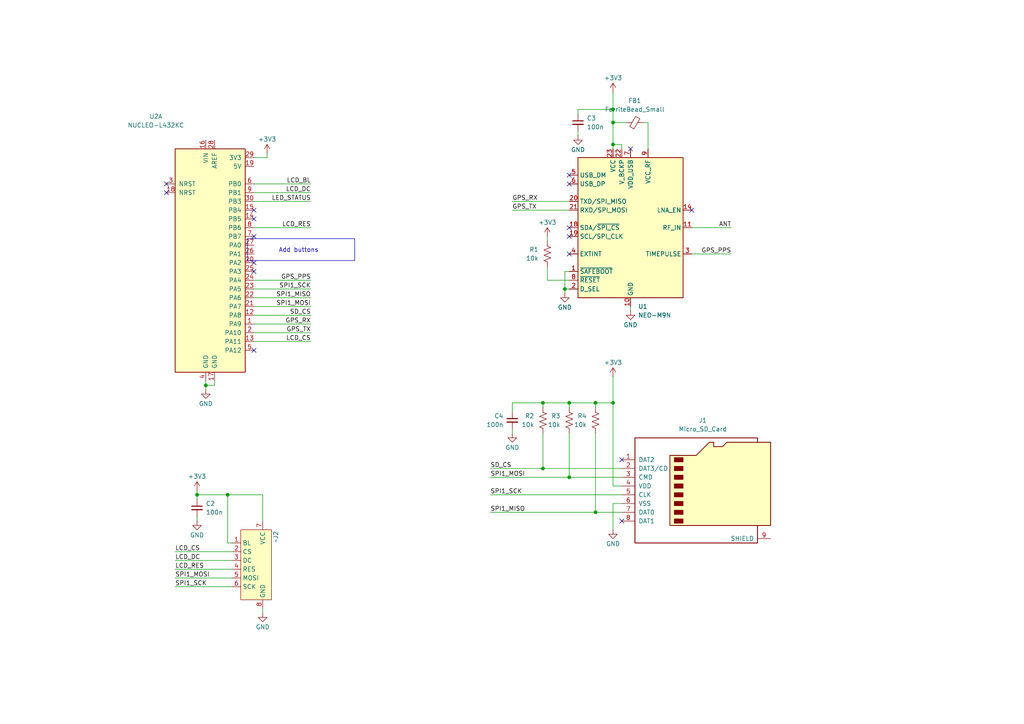
<source format=kicad_sch>
(kicad_sch (version 20231120) (generator "eeschema") (generator_version "8.0")
  (paper "A4")
  (lib_symbols
    (symbol "Connector:Micro_SD_Card" (pin_names (offset 1.016))
      (property "Reference" "J" (at -16.51 15.24 0))
      (property "Value" "Micro_SD_Card" (at 16.51 15.24 0))
      (symbol "Micro_SD_Card_0_1"
        (rectangle (start -7.62 -9.525) (end -5.08 -10.795) (fill (type outline)))
        (rectangle (start -7.62 -6.985) (end -5.08 -8.255) (fill (type outline)))
        (rectangle (start -7.62 -4.445) (end -5.08 -5.715) (fill (type outline)))
        (rectangle (start -7.62 -1.905) (end -5.08 -3.175) (fill (type outline)))
        (rectangle (start -7.62 0.635) (end -5.08 -0.635) (fill (type outline)))
        (rectangle (start -7.62 3.175) (end -5.08 1.905) (fill (type outline)))
        (rectangle (start -7.62 5.715) (end -5.08 4.445) (fill (type outline)))
        (rectangle (start -7.62 8.255) (end -5.08 6.985) (fill (type outline)))
        (polyline (pts (xy 16.51 12.7) (xy 16.51 13.97) (xy -19.05 13.97) (xy -19.05 -16.51) (xy 16.51 -16.51) (xy 16.51 -11.43)) (stroke (width 0.254)))
        (polyline (pts (xy -8.89 -11.43) (xy -8.89 8.89) (xy -1.27 8.89) (xy 2.54 12.7) (xy 3.81 12.7) (xy 3.81 11.43) (xy 6.35 11.43) (xy 7.62 12.7) (xy 20.32 12.7) (xy 20.32 -11.43) (xy -8.89 -11.43)) (stroke (width 0.254)) (fill (type background)))
      )
      (symbol "Micro_SD_Card_1_1"
        (pin bidirectional line (at -22.86 7.62 0) (length 3.81) (name "DAT2") (number "1"))
        (pin bidirectional line (at -22.86 5.08 0) (length 3.81) (name "DAT3/CD") (number "2"))
        (pin input line (at -22.86 2.54 0) (length 3.81) (name "CMD") (number "3"))
        (pin power_in line (at -22.86 0 0) (length 3.81) (name "VDD") (number "4"))
        (pin input line (at -22.86 -2.54 0) (length 3.81) (name "CLK") (number "5"))
        (pin power_in line (at -22.86 -5.08 0) (length 3.81) (name "VSS") (number "6"))
        (pin bidirectional line (at -22.86 -7.62 0) (length 3.81) (name "DAT0") (number "7"))
        (pin bidirectional line (at -22.86 -10.16 0) (length 3.81) (name "DAT1") (number "8"))
        (pin passive line (at 20.32 -15.24 180) (length 3.81) (name "SHIELD") (number "9"))
      )
    )
    (symbol "Device:C_Small" (pin_numbers hide) (pin_names (offset 0.254) hide)
      (property "Reference" "C" (at 0.254 1.778 0))
      (property "Value" "C_Small" (at 0.254 -2.032 0))
      (symbol "C_Small_0_1"
        (polyline (pts (xy -1.524 -0.508) (xy 1.524 -0.508)) (stroke (width 0.3302)))
        (polyline (pts (xy -1.524 0.508) (xy 1.524 0.508)) (stroke (width 0.3048)))
      )
      (symbol "C_Small_1_1"
        (pin passive line (at 0 2.54 270) (length 2.032) (name "~") (number "1"))
        (pin passive line (at 0 -2.54 90) (length 2.032) (name "~") (number "2"))
      )
    )
    (symbol "Device:FerriteBead_Small" (pin_numbers hide) (pin_names (offset 0))
      (property "Reference" "FB" (at 1.905 1.27 0))
      (property "Value" "FerriteBead_Small" (at 1.905 -1.27 0))
      (symbol "FerriteBead_Small_0_1"
        (polyline (pts (xy 0 -1.27) (xy 0 -0.7874)))
        (polyline (pts (xy 0 0.889) (xy 0 1.2954)))
        (polyline (pts (xy -1.8288 0.2794) (xy -1.1176 1.4986) (xy 1.8288 -0.2032) (xy 1.1176 -1.4224) (xy -1.8288 0.2794)))
      )
      (symbol "FerriteBead_Small_1_1"
        (pin passive line (at 0 2.54 270) (length 1.27) (name "~") (number "1"))
        (pin passive line (at 0 -2.54 90) (length 1.27) (name "~") (number "2"))
      )
    )
    (symbol "Device:R_US" (pin_numbers hide) (pin_names (offset 0))
      (property "Reference" "R" (at 2.54 0 90))
      (property "Value" "R_US" (at -2.54 0 90))
      (symbol "R_US_0_1"
        (polyline (pts (xy 0 -2.286) (xy 0 -2.54)))
        (polyline (pts (xy 0 2.286) (xy 0 2.54)))
        (polyline (pts (xy 0 -0.762) (xy 1.016 -1.143) (xy 0 -1.524) (xy -1.016 -1.905) (xy 0 -2.286)))
        (polyline (pts (xy 0 0.762) (xy 1.016 0.381) (xy 0 0) (xy -1.016 -0.381) (xy 0 -0.762)))
        (polyline (pts (xy 0 2.286) (xy 1.016 1.905) (xy 0 1.524) (xy -1.016 1.143) (xy 0 0.762)))
      )
      (symbol "R_US_1_1"
        (pin passive line (at 0 3.81 270) (length 1.27) (name "~") (number "1"))
        (pin passive line (at 0 -3.81 90) (length 1.27) (name "~") (number "2"))
      )
    )
    (symbol "Golf_GPS:NUCLEO-L432KC" (pin_names (offset 1.016))
      (property "Reference" "U" (at 7.112 -35.306 0))
      (property "Value" "NUCLEO-L432KC" (at 7.112 -37.592 0))
      (symbol "NUCLEO-L432KC_0_1"
        (rectangle (start -10.16 31.75) (end 10.16 -33.02) (stroke (width 0.254)) (fill (type background)))
      )
      (symbol "NUCLEO-L432KC_1_1"
        (pin bidirectional line (at 12.7 -19.05 180) (length 2.54) (name "PA9") (number "1"))
        (pin bidirectional line (at -12.7 -24.13 0) (length 2.54) hide (name "NC") (number "10"))
        (pin bidirectional line (at -12.7 -26.67 0) (length 2.54) hide (name "NC") (number "11"))
        (pin bidirectional line (at 12.7 -16.51 180) (length 2.54) (name "PA8") (number "12"))
        (pin bidirectional line (at 12.7 -24.13 180) (length 2.54) (name "PA11") (number "13"))
        (pin bidirectional line (at 12.7 11.43 180) (length 2.54) (name "PB5") (number "14"))
        (pin bidirectional line (at 12.7 13.97 180) (length 2.54) (name "PB4") (number "15"))
        (pin bidirectional line (at -1.27 34.29 270) (length 2.54) (name "VIN") (number "16"))
        (pin bidirectional line (at 1.27 -35.56 90) (length 2.54) (name "GND") (number "17"))
        (pin bidirectional line (at -12.7 19.05 0) (length 2.54) (name "NRST") (number "18"))
        (pin bidirectional line (at 12.7 26.67 180) (length 2.54) (name "5V") (number "19"))
        (pin bidirectional line (at 12.7 -21.59 180) (length 2.54) (name "PA10") (number "2"))
        (pin bidirectional line (at 12.7 -1.27 180) (length 2.54) (name "PA2") (number "20"))
        (pin bidirectional line (at 12.7 -13.97 180) (length 2.54) (name "PA7") (number "21"))
        (pin bidirectional line (at 12.7 -11.43 180) (length 2.54) (name "PA6") (number "22"))
        (pin bidirectional line (at 12.7 -8.89 180) (length 2.54) (name "PA5") (number "23"))
        (pin bidirectional line (at 12.7 -6.35 180) (length 2.54) (name "PA4") (number "24"))
        (pin bidirectional line (at 12.7 -3.81 180) (length 2.54) (name "PA3") (number "25"))
        (pin bidirectional line (at 12.7 1.27 180) (length 2.54) (name "PA1") (number "26"))
        (pin bidirectional line (at 12.7 3.81 180) (length 2.54) (name "PA0") (number "27"))
        (pin bidirectional line (at 1.27 34.29 270) (length 2.54) (name "AREF") (number "28"))
        (pin bidirectional line (at 12.7 29.21 180) (length 2.54) (name "3V3") (number "29"))
        (pin bidirectional line (at -12.7 21.59 0) (length 2.54) (name "NRST") (number "3"))
        (pin bidirectional line (at 12.7 16.51 180) (length 2.54) (name "PB3") (number "30"))
        (pin bidirectional line (at -1.27 -35.56 90) (length 2.54) (name "GND") (number "4"))
        (pin bidirectional line (at 12.7 -26.67 180) (length 2.54) (name "PA12") (number "5"))
        (pin bidirectional line (at 12.7 21.59 180) (length 2.54) (name "PB0") (number "6"))
        (pin bidirectional line (at 12.7 6.35 180) (length 2.54) (name "PB7") (number "7"))
        (pin bidirectional line (at 12.7 8.89 180) (length 2.54) (name "PB6") (number "8"))
        (pin bidirectional line (at 12.7 19.05 180) (length 2.54) (name "PB1") (number "9"))
      )
      (symbol "NUCLEO-L432KC_2_0"
        (rectangle (start -10.16 -17.78) (end 10.16 17.78) (stroke (width 0.1524)) (fill (type background)))
        (text "CN4" (at -10.16 18.542 0) (effects (font (size 1.778 1.778)) (justify left bottom)))
        (pin input line (at -15.24 7.62 0) (length 5.08) (name "VIN") (number "CN4_1"))
        (pin bidirectional line (at -15.24 -10.16 0) (length 5.08) (name "PA3") (number "CN4_10"))
        (pin bidirectional line (at -15.24 -5.08 0) (length 5.08) (name "PA1") (number "CN4_11"))
        (pin bidirectional line (at -15.24 -2.54 0) (length 5.08) (name "PA0") (number "CN4_12"))
        (pin bidirectional line (at 15.24 7.62 180) (length 5.08) (name "AREF") (number "CN4_13"))
        (pin power_in line (at 15.24 12.7 180) (length 5.08) (name "+3V3") (number "CN4_14"))
        (pin bidirectional line (at 15.24 2.54 180) (length 5.08) (name "PB3") (number "CN4_15"))
        (pin power_in line (at 15.24 -15.24 180) (length 5.08) (name "GND_CN4") (number "CN4_2"))
        (pin bidirectional line (at -15.24 2.54 0) (length 5.08) (name "NRST_CN4") (number "CN4_3"))
        (pin power_in line (at 15.24 15.24 180) (length 5.08) (name "+5V") (number "CN4_4"))
        (pin bidirectional line (at -15.24 -7.62 0) (length 5.08) (name "PA2") (number "CN4_5"))
        (pin bidirectional line (at 15.24 -10.16 180) (length 5.08) (name "PA7") (number "CN4_6"))
        (pin bidirectional line (at 15.24 -7.62 180) (length 5.08) (name "PA6") (number "CN4_7"))
        (pin bidirectional line (at 15.24 -5.08 180) (length 5.08) (name "PA5") (number "CN4_8"))
        (pin bidirectional line (at 15.24 -2.54 180) (length 5.08) (name "PA4") (number "CN4_9"))
      )
      (symbol "NUCLEO-L432KC_2_1"
        (pin bidirectional line (at 95.25 -57.15 0) (length 2.54) (name "PA9") (number "1-UB"))
      )
    )
    (symbol "Headers:9-pin_LCD_header"
      (property "Reference" "J" (at 10.16 1.27 0))
      (symbol "9-pin_LCD_header_1_1"
        (rectangle (start 0 0) (end 20.32 -8.89) (fill (type background)))
        (pin input line (at 3.81 -11.43 90) (length 2.54) (name "BL") (number "1"))
        (pin input line (at 6.35 -11.43 90) (length 2.54) (name "CS") (number "2"))
        (pin input line (at 8.89 -11.43 90) (length 2.54) (name "DC") (number "3"))
        (pin input line (at 11.43 -11.43 90) (length 2.54) (name "RES") (number "4"))
        (pin input line (at 13.97 -11.43 90) (length 2.54) (name "MOSI") (number "5"))
        (pin input line (at 16.51 -11.43 90) (length 2.54) (name "SCK") (number "6"))
        (pin power_in line (at -2.54 -2.54 0) (length 2.54) (name "VCC") (number "7"))
        (pin power_in line (at 22.86 -2.54 180) (length 2.54) (name "GND") (number "8"))
      )
    )
    (symbol "RF_GPS:NEO-M9N"
      (property "Reference" "U" (at -13.97 21.59 0))
      (property "Value" "NEO-M9N" (at 11.43 21.59 0))
      (symbol "NEO-M9N_0_1"
        (rectangle (start -15.24 20.32) (end 15.24 -20.32) (stroke (width 0.254)) (fill (type background)))
      )
      (symbol "NEO-M9N_1_1"
        (pin input line (at -17.78 -12.7 0) (length 2.54) (name "~{SAFEBOOT}") (number "1"))
        (pin power_in line (at 0 -22.86 90) (length 2.54) (name "GND") (number "10"))
        (pin input line (at 17.78 0 180) (length 2.54) (name "RF_IN") (number "11"))
        (pin passive line (at 0 -22.86 90) (length 2.54) hide (name "GND") (number "12"))
        (pin passive line (at 0 -22.86 90) (length 2.54) hide (name "GND") (number "13"))
        (pin output line (at 17.78 5.08 180) (length 2.54) (name "LNA_EN") (number "14"))
        (pin no_connect line (at 15.24 -10.16 180) (length 2.54) hide (name "RESERVED") (number "15"))
        (pin no_connect line (at 15.24 -12.7 180) (length 2.54) hide (name "RESERVED") (number "16"))
        (pin no_connect line (at 15.24 -15.24 180) (length 2.54) hide (name "RESERVED") (number "17"))
        (pin bidirectional line (at -17.78 0 0) (length 2.54) (name "SDA/~{SPI_CS}") (number "18"))
        (pin input line (at -17.78 -2.54 0) (length 2.54) (name "SCL/SPI_CLK") (number "19"))
        (pin input line (at -17.78 -17.78 0) (length 2.54) (name "D_SEL") (number "2"))
        (pin output line (at -17.78 7.62 0) (length 2.54) (name "TXD/SPI_MISO") (number "20"))
        (pin input line (at -17.78 5.08 0) (length 2.54) (name "RXD/SPI_MOSI") (number "21"))
        (pin power_in line (at -2.54 22.86 270) (length 2.54) (name "V_BCKP") (number "22"))
        (pin power_in line (at -5.08 22.86 270) (length 2.54) (name "VCC") (number "23"))
        (pin passive line (at 0 -22.86 90) (length 2.54) hide (name "GND") (number "24"))
        (pin output line (at 17.78 -7.62 180) (length 2.54) (name "TIMEPULSE") (number "3"))
        (pin input line (at -17.78 -7.62 0) (length 2.54) (name "EXTINT") (number "4"))
        (pin bidirectional line (at -17.78 15.24 0) (length 2.54) (name "USB_DM") (number "5"))
        (pin bidirectional line (at -17.78 12.7 0) (length 2.54) (name "USB_DP") (number "6"))
        (pin power_in line (at 0 22.86 270) (length 2.54) (name "VDD_USB") (number "7"))
        (pin input line (at -17.78 -15.24 0) (length 2.54) (name "~{RESET}") (number "8"))
        (pin power_out line (at 5.08 22.86 270) (length 2.54) (name "VCC_RF") (number "9"))
      )
    )
    (symbol "power:+3V3" (power) (pin_numbers hide) (pin_names (offset 0) hide)
      (property "Value" "+3V3" (at 0 3.556 0))
      (symbol "+3V3_0_1"
        (polyline (pts (xy -0.762 1.27) (xy 0 2.54)))
        (polyline (pts (xy 0 0) (xy 0 2.54)))
        (polyline (pts (xy 0 2.54) (xy 0.762 1.27)))
      )
      (symbol "+3V3_1_1"
        (pin power_in line (at 0 0 90) (length 0) (name "~") (number "1"))
      )
    )
    (symbol "power:GND" (power) (pin_numbers hide) (pin_names (offset 0) hide)
      (property "Value" "GND" (at 0 -3.81 0))
      (symbol "GND_0_1"
        (polyline (pts (xy 0 0) (xy 0 -1.27) (xy 1.27 -1.27) (xy 0 -2.54) (xy -1.27 -1.27) (xy 0 -1.27)))
      )
      (symbol "GND_1_1"
        (pin power_in line (at 0 0 270) (length 0) (name "~") (number "1"))
      )
    )
  )
  (junction (at 165.1 116.84))
  (junction (at 172.72 116.84))
  (junction (at 157.48 135.89))
  (junction (at 177.8 31.75))
  (junction (at 66.04 143.51))
  (junction (at 157.48 116.84))
  (junction (at 165.1 138.43))
  (junction (at 163.83 83.82))
  (junction (at 172.72 148.59))
  (junction (at 177.8 35.56))
  (junction (at 177.8 116.84))
  (junction (at 57.15 143.51))
  (junction (at 59.69 111.76))
  (junction (at 177.8 41.91))
  (no_connect (at 73.66 63.5))
  (no_connect (at 73.66 68.58))
  (no_connect (at 73.66 60.96))
  (no_connect (at 73.66 78.74))
  (no_connect (at 73.66 76.2))
  (no_connect (at 165.1 50.8))
  (no_connect (at 165.1 73.66))
  (no_connect (at 180.34 133.35))
  (no_connect (at 165.1 53.34))
  (no_connect (at 200.66 60.96))
  (no_connect (at 73.66 101.6))
  (no_connect (at 165.1 66.04))
  (no_connect (at 180.34 151.13))
  (no_connect (at 165.1 68.58))
  (no_connect (at 48.26 55.88))
  (no_connect (at 48.26 53.34))
  (no_connect (at 182.88 43.18))
  (wire (pts (xy 73.66 83.82) (xy 90.17 83.82)))
  (wire (pts (xy 180.34 146.05) (xy 177.8 146.05)))
  (wire (pts (xy 73.66 93.98) (xy 90.17 93.98)))
  (wire (pts (xy 165.1 83.82) (xy 163.83 83.82)))
  (wire (pts (xy 57.15 142.24) (xy 57.15 143.51)))
  (wire (pts (xy 165.1 138.43) (xy 180.34 138.43)))
  (wire (pts (xy 142.24 138.43) (xy 165.1 138.43)))
  (wire (pts (xy 165.1 116.84) (xy 165.1 118.11)))
  (wire (pts (xy 73.66 86.36) (xy 90.17 86.36)))
  (wire (pts (xy 148.59 124.46) (xy 148.59 125.73)))
  (wire (pts (xy 73.66 91.44) (xy 90.17 91.44)))
  (wire (pts (xy 187.96 35.56) (xy 186.69 35.56)))
  (wire (pts (xy 180.34 41.91) (xy 177.8 41.91)))
  (wire (pts (xy 157.48 125.73) (xy 157.48 135.89)))
  (wire (pts (xy 57.15 151.13) (xy 57.15 149.86)))
  (wire (pts (xy 177.8 116.84) (xy 177.8 140.97)))
  (wire (pts (xy 73.66 66.04) (xy 90.17 66.04)))
  (wire (pts (xy 73.66 53.34) (xy 90.17 53.34)))
  (wire (pts (xy 73.66 99.06) (xy 90.17 99.06)))
  (wire (pts (xy 157.48 116.84) (xy 157.48 118.11)))
  (wire (pts (xy 73.66 96.52) (xy 90.17 96.52)))
  (wire (pts (xy 73.66 58.42) (xy 90.17 58.42)))
  (wire (pts (xy 73.66 55.88) (xy 90.17 55.88)))
  (wire (pts (xy 167.64 33.02) (xy 167.64 31.75)))
  (wire (pts (xy 177.8 41.91) (xy 177.8 43.18)))
  (wire (pts (xy 142.24 148.59) (xy 172.72 148.59)))
  (wire (pts (xy 181.61 35.56) (xy 177.8 35.56)))
  (wire (pts (xy 180.34 43.18) (xy 180.34 41.91)))
  (wire (pts (xy 62.23 110.49) (xy 62.23 111.76)))
  (wire (pts (xy 67.31 157.48) (xy 66.04 157.48)))
  (wire (pts (xy 177.8 109.22) (xy 177.8 116.84)))
  (wire (pts (xy 57.15 143.51) (xy 66.04 143.51)))
  (wire (pts (xy 66.04 143.51) (xy 66.04 157.48)))
  (wire (pts (xy 148.59 116.84) (xy 148.59 119.38)))
  (wire (pts (xy 177.8 31.75) (xy 177.8 35.56)))
  (wire (pts (xy 167.64 38.1) (xy 167.64 39.37)))
  (wire (pts (xy 142.24 143.51) (xy 180.34 143.51)))
  (wire (pts (xy 177.8 26.67) (xy 177.8 31.75)))
  (wire (pts (xy 165.1 60.96) (xy 148.59 60.96)))
  (wire (pts (xy 165.1 116.84) (xy 157.48 116.84)))
  (wire (pts (xy 67.31 160.02) (xy 50.8 160.02)))
  (wire (pts (xy 172.72 116.84) (xy 172.72 118.11)))
  (wire (pts (xy 59.69 110.49) (xy 59.69 111.76)))
  (wire (pts (xy 59.69 111.76) (xy 59.69 113.03)))
  (wire (pts (xy 67.31 167.64) (xy 50.8 167.64)))
  (wire (pts (xy 177.8 146.05) (xy 177.8 153.67)))
  (wire (pts (xy 177.8 35.56) (xy 177.8 41.91)))
  (wire (pts (xy 158.75 68.58) (xy 158.75 69.85)))
  (wire (pts (xy 158.75 77.47) (xy 158.75 81.28)))
  (wire (pts (xy 172.72 148.59) (xy 180.34 148.59)))
  (wire (pts (xy 67.31 170.18) (xy 50.8 170.18)))
  (wire (pts (xy 172.72 125.73) (xy 172.72 148.59)))
  (wire (pts (xy 77.47 45.72) (xy 73.66 45.72)))
  (wire (pts (xy 182.88 88.9) (xy 182.88 90.17)))
  (wire (pts (xy 165.1 58.42) (xy 148.59 58.42)))
  (wire (pts (xy 157.48 135.89) (xy 180.34 135.89)))
  (wire (pts (xy 76.2 143.51) (xy 76.2 151.13)))
  (wire (pts (xy 142.24 135.89) (xy 157.48 135.89)))
  (wire (pts (xy 73.66 81.28) (xy 90.17 81.28)))
  (wire (pts (xy 163.83 78.74) (xy 163.83 83.82)))
  (wire (pts (xy 200.66 73.66) (xy 212.09 73.66)))
  (wire (pts (xy 172.72 116.84) (xy 165.1 116.84)))
  (wire (pts (xy 66.04 143.51) (xy 76.2 143.51)))
  (wire (pts (xy 200.66 66.04) (xy 212.09 66.04)))
  (wire (pts (xy 73.66 88.9) (xy 90.17 88.9)))
  (wire (pts (xy 148.59 116.84) (xy 157.48 116.84)))
  (wire (pts (xy 167.64 31.75) (xy 177.8 31.75)))
  (wire (pts (xy 76.2 176.53) (xy 76.2 177.8)))
  (wire (pts (xy 163.83 83.82) (xy 163.83 85.09)))
  (wire (pts (xy 165.1 78.74) (xy 163.83 78.74)))
  (wire (pts (xy 177.8 140.97) (xy 180.34 140.97)))
  (wire (pts (xy 57.15 144.78) (xy 57.15 143.51)))
  (wire (pts (xy 165.1 125.73) (xy 165.1 138.43)))
  (wire (pts (xy 77.47 44.45) (xy 77.47 45.72)))
  (wire (pts (xy 67.31 162.56) (xy 50.8 162.56)))
  (wire (pts (xy 165.1 81.28) (xy 158.75 81.28)))
  (wire (pts (xy 172.72 116.84) (xy 177.8 116.84)))
  (wire (pts (xy 187.96 43.18) (xy 187.96 35.56)))
  (wire (pts (xy 67.31 165.1) (xy 50.8 165.1)))
  (wire (pts (xy 59.69 111.76) (xy 62.23 111.76)))
  (rectangle (start 71.755 69.215) (end 102.87 75.565))
  (text "Add buttons" (at 86.614 72.644 0) (effects (font (size 1.27 1.27))))
  (label "LCD_CS" (at 90.17 99.06 180))
  (label "LCD_DC" (at 50.8 162.56 0))
  (label "SPI1_SCK" (at 142.24 143.51 0))
  (label "SPI1_MOSI" (at 90.17 88.9 180))
  (label "GPS_TX" (at 148.59 60.96 0))
  (label "SD_CS" (at 142.24 135.89 0))
  (label "GPS_PPS" (at 90.17 81.28 180))
  (label "LCD_BL" (at 90.17 53.34 180))
  (label "ANT" (at 212.09 66.04 180))
  (label "SPI1_MOSI" (at 50.8 167.64 0))
  (label "LCD_RES" (at 90.17 66.04 180))
  (label "GPS_PPS" (at 212.09 73.66 180))
  (label "LCD_CS" (at 50.8 160.02 0))
  (label "LCD_DC" (at 90.17 55.88 180))
  (label "SPI1_MISO" (at 90.17 86.36 180))
  (label "SD_CS" (at 90.17 91.44 180))
  (label "LED_STATUS" (at 90.17 58.42 180))
  (label "SPI1_SCK" (at 90.17 83.82 180))
  (label "GPS_RX" (at 90.17 93.98 180))
  (label "SPI1_MISO" (at 142.24 148.59 0))
  (label "GPS_RX" (at 148.59 58.42 0))
  (label "LCD_RES" (at 50.8 165.1 0))
  (label "SPI1_MOSI" (at 142.24 138.43 0))
  (label "SPI1_SCK" (at 50.8 170.18 0))
  (label "GPS_TX" (at 90.17 96.52 180))
  (symbol (lib_id "power:GND") (at 167.64 39.37 0) (unit 1)
    (property "Reference" "#PWR014" (effects (hide yes)))
    (property "Value" "GND" (at 167.64 43.434 0))
    (property "Description" "Power symbol creates a global label with name \"GND\" , ground" (effects (hide yes)))
  )
  (symbol (lib_id "Connector:Micro_SD_Card") (at 203.2 140.97 0) (unit 1)
    (property "Reference" "J1" (at 203.835 121.92 0))
    (property "Value" "Micro_SD_Card" (at 203.835 124.46 0))
    (property "Datasheet" "http://katalog.we-online.de/em/datasheet/693072010801.pdf" (effects (hide yes)))
    (property "Description" "Micro SD Card Socket" (effects (hide yes)))
  )
  (symbol (lib_id "power:GND") (at 57.15 151.13 0) (unit 1)
    (property "Reference" "#PWR013" (effects (hide yes)))
    (property "Value" "GND" (at 57.15 155.194 0))
    (property "Description" "Power symbol creates a global label with name \"GND\" , ground" (effects (hide yes)))
  )
  (symbol (lib_id "power:GND") (at 148.59 125.73 0) (unit 1)
    (property "Reference" "#PWR015" (effects (hide yes)))
    (property "Value" "GND" (at 148.59 129.794 0))
    (property "Description" "Power symbol creates a global label with name \"GND\" , ground" (effects (hide yes)))
  )
  (symbol (lib_id "power:+3V3") (at 158.75 68.58 0) (unit 1)
    (property "Reference" "#PWR05" (effects (hide yes)))
    (property "Value" "+3V3" (at 158.75 64.516 0))
    (property "Description" "Power symbol creates a global label with name \"+3V3\"" (effects (hide yes)))
  )
  (symbol (lib_id "Device:R_US") (at 165.1 121.92 0) (unit 1)
    (property "Reference" "R3" (at 162.56 120.6499 0) (effects (justify right)))
    (property "Value" "10k" (at 162.56 123.1899 0) (effects (justify right)))
    (property "Description" "Resistor, US symbol" (effects (hide yes)))
  )
  (symbol (lib_id "Device:R_US") (at 158.75 73.66 0) (unit 1)
    (property "Reference" "R1" (at 156.21 72.3899 0) (effects (justify right)))
    (property "Value" "10k" (at 156.21 74.9299 0) (effects (justify right)))
    (property "Description" "Resistor, US symbol" (effects (hide yes)))
  )
  (symbol (lib_id "Device:FerriteBead_Small") (at 184.15 35.56 90) (unit 1)
    (property "Reference" "FB1" (at 184.1119 29.21 90))
    (property "Value" "FerriteBead_Small" (at 184.1119 31.75 90))
    (property "Description" "Ferrite bead, small symbol" (effects (hide yes)))
  )
  (symbol (lib_id "Headers:9-pin_LCD_header") (at 78.74 153.67 270) (unit 1)
    (property "Reference" "J2" (at 80.01 155.194 0))
    (property "Value" "~" (at 80.01 156.845 0))
    (property "Footprint" "Connector_PinSocket_2.54mm:PinSocket_1x08_P2.54mm_Vertical" (effects (hide yes)))
  )
  (symbol (lib_id "Device:C_Small") (at 57.15 147.32 0) (unit 1)
    (property "Reference" "C2" (at 59.69 146.0562 0) (effects (justify left)))
    (property "Value" "100n" (at 59.69 148.5962 0) (effects (justify left)))
    (property "Description" "Unpolarized capacitor, small symbol" (effects (hide yes)))
  )
  (symbol (lib_id "Device:C_Small") (at 167.64 35.56 0) (unit 1)
    (property "Reference" "C3" (at 170.18 34.2962 0) (effects (justify left)))
    (property "Value" "100n" (at 170.18 36.8362 0) (effects (justify left)))
    (property "Description" "Unpolarized capacitor, small symbol" (effects (hide yes)))
  )
  (symbol (lib_id "power:+3V3") (at 177.8 109.22 0) (unit 1)
    (property "Reference" "#PWR010" (effects (hide yes)))
    (property "Value" "+3V3" (at 177.8 105.156 0))
    (property "Description" "Power symbol creates a global label with name \"+3V3\"" (effects (hide yes)))
  )
  (symbol (lib_id "power:GND") (at 163.83 85.09 0) (unit 1)
    (property "Reference" "#PWR06" (effects (hide yes)))
    (property "Value" "GND" (at 163.83 89.154 0))
    (property "Description" "Power symbol creates a global label with name \"GND\" , ground" (effects (hide yes)))
  )
  (symbol (lib_id "power:GND") (at 59.69 113.03 0) (unit 1)
    (property "Reference" "#PWR08" (effects (hide yes)))
    (property "Value" "GND" (at 59.69 117.094 0))
    (property "Description" "Power symbol creates a global label with name \"GND\" , ground" (effects (hide yes)))
  )
  (symbol (lib_id "power:+3V3") (at 77.47 44.45 0) (unit 1)
    (property "Reference" "#PWR02" (effects (hide yes)))
    (property "Value" "+3V3" (at 77.47 40.386 0))
    (property "Description" "Power symbol creates a global label with name \"+3V3\"" (effects (hide yes)))
  )
  (symbol (lib_id "RF_GPS:NEO-M9N") (at 182.88 66.04 0) (unit 1)
    (property "Reference" "U1" (at 185.0741 88.9 0) (effects (justify left)))
    (property "Value" "NEO-M9N" (at 185.0741 91.44 0) (effects (justify left)))
    (property "Footprint" "RF_GPS:ublox_NEO" (effects (hide yes)))
    (property "Datasheet" "https://www.u-blox.com/sites/default/files/NEO-M9N-00B_DataSheet_UBX-19014285.pdf" (effects (hide yes)))
    (property "Description" "GNSS Module NEO M8, VCC 2.7V to 3.6V" (effects (hide yes)))
  )
  (symbol (lib_id "Device:C_Small") (at 148.59 121.92 0) (unit 1)
    (property "Reference" "C4" (at 146.05 120.6562 0) (effects (justify right)))
    (property "Value" "100n" (at 146.05 123.1962 0) (effects (justify right)))
    (property "Description" "Unpolarized capacitor, small symbol" (effects (hide yes)))
  )
  (symbol (lib_id "power:GND") (at 182.88 90.17 0) (unit 1)
    (property "Reference" "#PWR07" (effects (hide yes)))
    (property "Value" "GND" (at 182.88 94.234 0))
    (property "Description" "Power symbol creates a global label with name \"GND\" , ground" (effects (hide yes)))
  )
  (symbol (lib_id "power:+3V3") (at 177.8 26.67 0) (unit 1)
    (property "Reference" "#PWR01" (effects (hide yes)))
    (property "Value" "+3V3" (at 177.8 22.606 0))
    (property "Description" "Power symbol creates a global label with name \"+3V3\"" (effects (hide yes)))
  )
  (symbol (lib_id "power:+3V3") (at 57.15 142.24 0) (unit 1)
    (property "Reference" "#PWR012" (effects (hide yes)))
    (property "Value" "+3V3" (at 57.15 138.176 0))
    (property "Description" "Power symbol creates a global label with name \"+3V3\"" (effects (hide yes)))
  )
  (symbol (lib_id "Golf_GPS:NUCLEO-L432KC") (at 60.96 74.93 0) (unit 1)
    (property "Reference" "U2" (at 45.212 33.782 0))
    (property "Value" "NUCLEO-L432KC" (at 45.212 36.322 0))
    (property "Footprint" "NUCLEO-L432KC:MODULE_NUCLEO-L432KC" (effects (hide yes)))
    (property "PARTREV" "N/A" (effects (hide yes)))
    (property "STANDARD" "Manufacturer Recommendations" (effects (hide yes)))
    (property "MAXIMUM_PACKAGE_HEIGHT" "N/A" (effects (hide yes)))
    (property "MANUFACTURER" "ST Microelectronics" (effects (hide yes)))
  )
  (symbol (lib_id "power:GND") (at 177.8 153.67 0) (unit 1)
    (property "Reference" "#PWR011" (effects (hide yes)))
    (property "Value" "GND" (at 177.8 157.734 0))
    (property "Description" "Power symbol creates a global label with name \"GND\" , ground" (effects (hide yes)))
  )
  (symbol (lib_id "power:GND") (at 76.2 177.8 0) (unit 1)
    (property "Reference" "#PWR09" (effects (hide yes)))
    (property "Value" "GND" (at 76.2 181.864 0))
    (property "Description" "Power symbol creates a global label with name \"GND\" , ground" (effects (hide yes)))
  )
  (symbol (lib_id "Device:R_US") (at 157.48 121.92 0) (unit 1)
    (property "Reference" "R2" (at 154.94 120.6499 0) (effects (justify right)))
    (property "Value" "10k" (at 154.94 123.1899 0) (effects (justify right)))
    (property "Description" "Resistor, US symbol" (effects (hide yes)))
  )
  (symbol (lib_id "Device:R_US") (at 172.72 121.92 0) (unit 1)
    (property "Reference" "R4" (at 170.18 120.6499 0) (effects (justify right)))
    (property "Value" "10k" (at 170.18 123.1899 0) (effects (justify right)))
    (property "Description" "Resistor, US symbol" (effects (hide yes)))
  )
)
</source>
